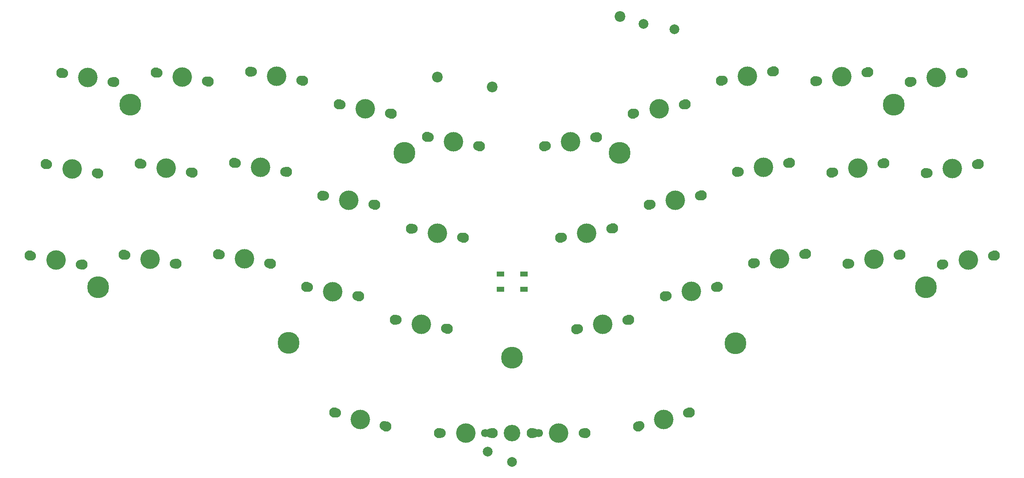
<source format=gts>
G04 #@! TF.GenerationSoftware,KiCad,Pcbnew,(5.1.10-1-10_14)*
G04 #@! TF.CreationDate,2021-11-21T17:36:23-05:00*
G04 #@! TF.ProjectId,reviung34,72657669-756e-4673-9334-2e6b69636164,1*
G04 #@! TF.SameCoordinates,Original*
G04 #@! TF.FileFunction,Soldermask,Top*
G04 #@! TF.FilePolarity,Negative*
%FSLAX46Y46*%
G04 Gerber Fmt 4.6, Leading zero omitted, Abs format (unit mm)*
G04 Created by KiCad (PCBNEW (5.1.10-1-10_14)) date 2021-11-21 17:36:23*
%MOMM*%
%LPD*%
G01*
G04 APERTURE LIST*
%ADD10C,1.700000*%
%ADD11C,2.000000*%
%ADD12C,3.400000*%
%ADD13C,4.000000*%
%ADD14C,2.100000*%
%ADD15C,1.900000*%
%ADD16R,1.500000X1.000000*%
%ADD17C,2.200000*%
%ADD18C,4.500000*%
G04 APERTURE END LIST*
D10*
X143370000Y-125460000D03*
X132370000Y-125460000D03*
D11*
X132870000Y-129260000D03*
X137870000Y-131360000D03*
D12*
X137870000Y-125460000D03*
D13*
X89570000Y-52140000D03*
D14*
X84153557Y-51184935D03*
X94986443Y-53095065D03*
D15*
X94572823Y-53022133D03*
X84567177Y-51257867D03*
D13*
X186260000Y-52120000D03*
D14*
X180843557Y-53075065D03*
X191676443Y-51164935D03*
D15*
X191262823Y-51237867D03*
X181257177Y-53002133D03*
D13*
X169090000Y-122660000D03*
D14*
X163777408Y-124083505D03*
X174402592Y-121236495D03*
D15*
X173996903Y-121345199D03*
X164183097Y-123974801D03*
D13*
X147430000Y-125500000D03*
D14*
X141930000Y-125500000D03*
X152930000Y-125500000D03*
D15*
X152510000Y-125500000D03*
X142350000Y-125500000D03*
D13*
X128390000Y-125500000D03*
D14*
X122890000Y-125500000D03*
X133890000Y-125500000D03*
D15*
X133470000Y-125500000D03*
X123310000Y-125500000D03*
D13*
X106730000Y-122670000D03*
D14*
X101417408Y-121246495D03*
X112042592Y-124093505D03*
D15*
X111636903Y-123984801D03*
X101823097Y-121355199D03*
D13*
X231590000Y-89910000D03*
D14*
X226173557Y-90865065D03*
X237006443Y-88954935D03*
D15*
X236592823Y-89027867D03*
X226587177Y-90792133D03*
D13*
X228320000Y-71130000D03*
D14*
X222903557Y-72085065D03*
X233736443Y-70174935D03*
D15*
X233322823Y-70247867D03*
X223317177Y-72012133D03*
D13*
X225010000Y-52390000D03*
D14*
X219593557Y-53345065D03*
X230426443Y-51434935D03*
D15*
X230012823Y-51507867D03*
X220007177Y-53272133D03*
D13*
X212250000Y-89750000D03*
D14*
X206833557Y-90705065D03*
X217666443Y-88794935D03*
D15*
X217252823Y-88867867D03*
X207247177Y-90632133D03*
D13*
X192870000Y-89620000D03*
D14*
X187453557Y-90575065D03*
X198286443Y-88664935D03*
D15*
X197872823Y-88737867D03*
X187867177Y-90502133D03*
D13*
X174700000Y-96380000D03*
D14*
X169283557Y-97335065D03*
X180116443Y-95424935D03*
D15*
X179702823Y-95497867D03*
X169697177Y-97262133D03*
D13*
X156550000Y-103160000D03*
D14*
X151133557Y-104115065D03*
X161966443Y-102204935D03*
D15*
X161552823Y-102277867D03*
X151547177Y-104042133D03*
D13*
X208950000Y-71010000D03*
D14*
X203533557Y-71965065D03*
X214366443Y-70054935D03*
D15*
X213952823Y-70127867D03*
X203947177Y-71892133D03*
D13*
X189550000Y-70880000D03*
D14*
X184133557Y-71835065D03*
X194966443Y-69924935D03*
D15*
X194552823Y-69997867D03*
X184547177Y-71762133D03*
D13*
X171410000Y-77610000D03*
D14*
X165993557Y-78565065D03*
X176826443Y-76654935D03*
D15*
X176412823Y-76727867D03*
X166407177Y-78492133D03*
D13*
X153250000Y-84380000D03*
D14*
X147833557Y-85335065D03*
X158666443Y-83424935D03*
D15*
X158252823Y-83497867D03*
X148247177Y-85262133D03*
D13*
X205610000Y-52250000D03*
D14*
X200193557Y-53205065D03*
X211026443Y-51294935D03*
D15*
X210612823Y-51367867D03*
X200607177Y-53132133D03*
D13*
X168090000Y-58870000D03*
D14*
X162673557Y-59825065D03*
X173506443Y-57914935D03*
D15*
X173092823Y-57987867D03*
X163087177Y-59752133D03*
D13*
X149950000Y-65600000D03*
D14*
X144533557Y-66555065D03*
X155366443Y-64644935D03*
D15*
X154952823Y-64717867D03*
X144947177Y-66482133D03*
D13*
X119270000Y-103110000D03*
D14*
X113853557Y-102154935D03*
X124686443Y-104065065D03*
D15*
X124272823Y-103992133D03*
X114267177Y-102227867D03*
D13*
X101080000Y-96410000D03*
D14*
X95663557Y-95454935D03*
X106496443Y-97365065D03*
D15*
X106082823Y-97292133D03*
X96077177Y-95527867D03*
D13*
X82940000Y-89680000D03*
D14*
X77523557Y-88724935D03*
X88356443Y-90635065D03*
D15*
X87942823Y-90562133D03*
X77937177Y-88797867D03*
D13*
X63590000Y-89760000D03*
D14*
X58173557Y-88804935D03*
X69006443Y-90715065D03*
D15*
X68592823Y-90642133D03*
X58587177Y-88877867D03*
D13*
X44220000Y-89930000D03*
D14*
X38803557Y-88974935D03*
X49636443Y-90885065D03*
D15*
X49222823Y-90812133D03*
X39217177Y-89047867D03*
D13*
X122560000Y-84390000D03*
D14*
X117143557Y-83434935D03*
X127976443Y-85345065D03*
D15*
X127562823Y-85272133D03*
X117557177Y-83507867D03*
D13*
X104390000Y-77620000D03*
D14*
X98973557Y-76664935D03*
X109806443Y-78575065D03*
D15*
X109392823Y-78502133D03*
X99387177Y-76737867D03*
D13*
X86280000Y-70870000D03*
D14*
X80863557Y-69914935D03*
X91696443Y-71825065D03*
D15*
X91282823Y-71752133D03*
X81277177Y-69987867D03*
D13*
X66860000Y-71030000D03*
D14*
X61443557Y-70074935D03*
X72276443Y-71985065D03*
D15*
X71862823Y-71912133D03*
X61857177Y-70147867D03*
D13*
X47520000Y-71160000D03*
D14*
X42103557Y-70204935D03*
X52936443Y-72115065D03*
D15*
X52522823Y-72042133D03*
X42517177Y-70277867D03*
D13*
X125910000Y-65590000D03*
D14*
X120493557Y-64634935D03*
X131326443Y-66545065D03*
D15*
X130912823Y-66472133D03*
X120907177Y-64707867D03*
D13*
X107730000Y-58870000D03*
D14*
X102313557Y-57914935D03*
X113146443Y-59825065D03*
D15*
X112732823Y-59752133D03*
X102727177Y-57987867D03*
D13*
X70150000Y-52320000D03*
D14*
X64733557Y-51364935D03*
X75566443Y-53275065D03*
D15*
X75152823Y-53202133D03*
X65147177Y-51437867D03*
D13*
X50800000Y-52420000D03*
D14*
X45383557Y-51464935D03*
X56216443Y-53375065D03*
D15*
X55802823Y-53302133D03*
X45797177Y-51537867D03*
D16*
X140390000Y-95960000D03*
X140390000Y-92760000D03*
X135490000Y-95960000D03*
X135490000Y-92760000D03*
D11*
X164879375Y-41385643D03*
X171280625Y-42514357D03*
D17*
X160110000Y-39870000D03*
X133810000Y-54320000D03*
X122560000Y-52320000D03*
D18*
X222910000Y-95530000D03*
X216320000Y-58020000D03*
X160020000Y-67940000D03*
X183800000Y-106980000D03*
X137910000Y-109960000D03*
X115800000Y-67940000D03*
X92020000Y-106970000D03*
X52920000Y-95540000D03*
X59540000Y-58030000D03*
M02*

</source>
